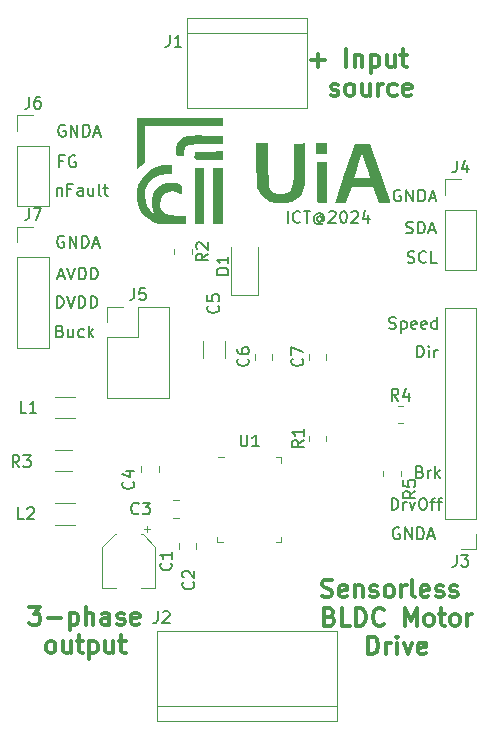
<source format=gbr>
%TF.GenerationSoftware,KiCad,Pcbnew,(6.0.4)*%
%TF.CreationDate,2024-04-18T18:30:19+02:00*%
%TF.ProjectId,focBLDCdrv,666f6342-4c44-4436-9472-762e6b696361,rev?*%
%TF.SameCoordinates,Original*%
%TF.FileFunction,Legend,Top*%
%TF.FilePolarity,Positive*%
%FSLAX46Y46*%
G04 Gerber Fmt 4.6, Leading zero omitted, Abs format (unit mm)*
G04 Created by KiCad (PCBNEW (6.0.4)) date 2024-04-18 18:30:19*
%MOMM*%
%LPD*%
G01*
G04 APERTURE LIST*
%ADD10C,0.200000*%
%ADD11C,0.150000*%
%ADD12C,0.300000*%
%ADD13C,0.120000*%
G04 APERTURE END LIST*
D10*
X161709523Y-87704761D02*
X161852380Y-87752380D01*
X162090476Y-87752380D01*
X162185714Y-87704761D01*
X162233333Y-87657142D01*
X162280952Y-87561904D01*
X162280952Y-87466666D01*
X162233333Y-87371428D01*
X162185714Y-87323809D01*
X162090476Y-87276190D01*
X161900000Y-87228571D01*
X161804761Y-87180952D01*
X161757142Y-87133333D01*
X161709523Y-87038095D01*
X161709523Y-86942857D01*
X161757142Y-86847619D01*
X161804761Y-86800000D01*
X161900000Y-86752380D01*
X162138095Y-86752380D01*
X162280952Y-86800000D01*
X163280952Y-87657142D02*
X163233333Y-87704761D01*
X163090476Y-87752380D01*
X162995238Y-87752380D01*
X162852380Y-87704761D01*
X162757142Y-87609523D01*
X162709523Y-87514285D01*
X162661904Y-87323809D01*
X162661904Y-87180952D01*
X162709523Y-86990476D01*
X162757142Y-86895238D01*
X162852380Y-86800000D01*
X162995238Y-86752380D01*
X163090476Y-86752380D01*
X163233333Y-86800000D01*
X163280952Y-86847619D01*
X164185714Y-87752380D02*
X163709523Y-87752380D01*
X163709523Y-86752380D01*
X161109523Y-81600000D02*
X161014285Y-81552380D01*
X160871428Y-81552380D01*
X160728571Y-81600000D01*
X160633333Y-81695238D01*
X160585714Y-81790476D01*
X160538095Y-81980952D01*
X160538095Y-82123809D01*
X160585714Y-82314285D01*
X160633333Y-82409523D01*
X160728571Y-82504761D01*
X160871428Y-82552380D01*
X160966666Y-82552380D01*
X161109523Y-82504761D01*
X161157142Y-82457142D01*
X161157142Y-82123809D01*
X160966666Y-82123809D01*
X161585714Y-82552380D02*
X161585714Y-81552380D01*
X162157142Y-82552380D01*
X162157142Y-81552380D01*
X162633333Y-82552380D02*
X162633333Y-81552380D01*
X162871428Y-81552380D01*
X163014285Y-81600000D01*
X163109523Y-81695238D01*
X163157142Y-81790476D01*
X163204761Y-81980952D01*
X163204761Y-82123809D01*
X163157142Y-82314285D01*
X163109523Y-82409523D01*
X163014285Y-82504761D01*
X162871428Y-82552380D01*
X162633333Y-82552380D01*
X163585714Y-82266666D02*
X164061904Y-82266666D01*
X163490476Y-82552380D02*
X163823809Y-81552380D01*
X164157142Y-82552380D01*
D11*
X151571428Y-84352380D02*
X151571428Y-83352380D01*
X152619047Y-84257142D02*
X152571428Y-84304761D01*
X152428571Y-84352380D01*
X152333333Y-84352380D01*
X152190476Y-84304761D01*
X152095238Y-84209523D01*
X152047619Y-84114285D01*
X152000000Y-83923809D01*
X152000000Y-83780952D01*
X152047619Y-83590476D01*
X152095238Y-83495238D01*
X152190476Y-83400000D01*
X152333333Y-83352380D01*
X152428571Y-83352380D01*
X152571428Y-83400000D01*
X152619047Y-83447619D01*
X152904761Y-83352380D02*
X153476190Y-83352380D01*
X153190476Y-84352380D02*
X153190476Y-83352380D01*
X154428571Y-83876190D02*
X154380952Y-83828571D01*
X154285714Y-83780952D01*
X154190476Y-83780952D01*
X154095238Y-83828571D01*
X154047619Y-83876190D01*
X154000000Y-83971428D01*
X154000000Y-84066666D01*
X154047619Y-84161904D01*
X154095238Y-84209523D01*
X154190476Y-84257142D01*
X154285714Y-84257142D01*
X154380952Y-84209523D01*
X154428571Y-84161904D01*
X154428571Y-83780952D02*
X154428571Y-84161904D01*
X154476190Y-84209523D01*
X154523809Y-84209523D01*
X154619047Y-84161904D01*
X154666666Y-84066666D01*
X154666666Y-83828571D01*
X154571428Y-83685714D01*
X154428571Y-83590476D01*
X154238095Y-83542857D01*
X154047619Y-83590476D01*
X153904761Y-83685714D01*
X153809523Y-83828571D01*
X153761904Y-84019047D01*
X153809523Y-84209523D01*
X153904761Y-84352380D01*
X154047619Y-84447619D01*
X154238095Y-84495238D01*
X154428571Y-84447619D01*
X154571428Y-84352380D01*
X155047619Y-83447619D02*
X155095238Y-83400000D01*
X155190476Y-83352380D01*
X155428571Y-83352380D01*
X155523809Y-83400000D01*
X155571428Y-83447619D01*
X155619047Y-83542857D01*
X155619047Y-83638095D01*
X155571428Y-83780952D01*
X155000000Y-84352380D01*
X155619047Y-84352380D01*
X156238095Y-83352380D02*
X156333333Y-83352380D01*
X156428571Y-83400000D01*
X156476190Y-83447619D01*
X156523809Y-83542857D01*
X156571428Y-83733333D01*
X156571428Y-83971428D01*
X156523809Y-84161904D01*
X156476190Y-84257142D01*
X156428571Y-84304761D01*
X156333333Y-84352380D01*
X156238095Y-84352380D01*
X156142857Y-84304761D01*
X156095238Y-84257142D01*
X156047619Y-84161904D01*
X156000000Y-83971428D01*
X156000000Y-83733333D01*
X156047619Y-83542857D01*
X156095238Y-83447619D01*
X156142857Y-83400000D01*
X156238095Y-83352380D01*
X156952380Y-83447619D02*
X157000000Y-83400000D01*
X157095238Y-83352380D01*
X157333333Y-83352380D01*
X157428571Y-83400000D01*
X157476190Y-83447619D01*
X157523809Y-83542857D01*
X157523809Y-83638095D01*
X157476190Y-83780952D01*
X156904761Y-84352380D01*
X157523809Y-84352380D01*
X158380952Y-83685714D02*
X158380952Y-84352380D01*
X158142857Y-83304761D02*
X157904761Y-84019047D01*
X158523809Y-84019047D01*
X132004761Y-81385714D02*
X132004761Y-82052380D01*
X132004761Y-81480952D02*
X132052380Y-81433333D01*
X132147619Y-81385714D01*
X132290476Y-81385714D01*
X132385714Y-81433333D01*
X132433333Y-81528571D01*
X132433333Y-82052380D01*
X133242857Y-81528571D02*
X132909523Y-81528571D01*
X132909523Y-82052380D02*
X132909523Y-81052380D01*
X133385714Y-81052380D01*
X134195238Y-82052380D02*
X134195238Y-81528571D01*
X134147619Y-81433333D01*
X134052380Y-81385714D01*
X133861904Y-81385714D01*
X133766666Y-81433333D01*
X134195238Y-82004761D02*
X134100000Y-82052380D01*
X133861904Y-82052380D01*
X133766666Y-82004761D01*
X133719047Y-81909523D01*
X133719047Y-81814285D01*
X133766666Y-81719047D01*
X133861904Y-81671428D01*
X134100000Y-81671428D01*
X134195238Y-81623809D01*
X135100000Y-81385714D02*
X135100000Y-82052380D01*
X134671428Y-81385714D02*
X134671428Y-81909523D01*
X134719047Y-82004761D01*
X134814285Y-82052380D01*
X134957142Y-82052380D01*
X135052380Y-82004761D01*
X135100000Y-81957142D01*
X135719047Y-82052380D02*
X135623809Y-82004761D01*
X135576190Y-81909523D01*
X135576190Y-81052380D01*
X135957142Y-81385714D02*
X136338095Y-81385714D01*
X136100000Y-81052380D02*
X136100000Y-81909523D01*
X136147619Y-82004761D01*
X136242857Y-82052380D01*
X136338095Y-82052380D01*
D10*
X162490476Y-95752380D02*
X162490476Y-94752380D01*
X162728571Y-94752380D01*
X162871428Y-94800000D01*
X162966666Y-94895238D01*
X163014285Y-94990476D01*
X163061904Y-95180952D01*
X163061904Y-95323809D01*
X163014285Y-95514285D01*
X162966666Y-95609523D01*
X162871428Y-95704761D01*
X162728571Y-95752380D01*
X162490476Y-95752380D01*
X163490476Y-95752380D02*
X163490476Y-95085714D01*
X163490476Y-94752380D02*
X163442857Y-94800000D01*
X163490476Y-94847619D01*
X163538095Y-94800000D01*
X163490476Y-94752380D01*
X163490476Y-94847619D01*
X163966666Y-95752380D02*
X163966666Y-95085714D01*
X163966666Y-95276190D02*
X164014285Y-95180952D01*
X164061904Y-95133333D01*
X164157142Y-95085714D01*
X164252380Y-95085714D01*
X160152380Y-93304761D02*
X160295238Y-93352380D01*
X160533333Y-93352380D01*
X160628571Y-93304761D01*
X160676190Y-93257142D01*
X160723809Y-93161904D01*
X160723809Y-93066666D01*
X160676190Y-92971428D01*
X160628571Y-92923809D01*
X160533333Y-92876190D01*
X160342857Y-92828571D01*
X160247619Y-92780952D01*
X160200000Y-92733333D01*
X160152380Y-92638095D01*
X160152380Y-92542857D01*
X160200000Y-92447619D01*
X160247619Y-92400000D01*
X160342857Y-92352380D01*
X160580952Y-92352380D01*
X160723809Y-92400000D01*
X161152380Y-92685714D02*
X161152380Y-93685714D01*
X161152380Y-92733333D02*
X161247619Y-92685714D01*
X161438095Y-92685714D01*
X161533333Y-92733333D01*
X161580952Y-92780952D01*
X161628571Y-92876190D01*
X161628571Y-93161904D01*
X161580952Y-93257142D01*
X161533333Y-93304761D01*
X161438095Y-93352380D01*
X161247619Y-93352380D01*
X161152380Y-93304761D01*
X162438095Y-93304761D02*
X162342857Y-93352380D01*
X162152380Y-93352380D01*
X162057142Y-93304761D01*
X162009523Y-93209523D01*
X162009523Y-92828571D01*
X162057142Y-92733333D01*
X162152380Y-92685714D01*
X162342857Y-92685714D01*
X162438095Y-92733333D01*
X162485714Y-92828571D01*
X162485714Y-92923809D01*
X162009523Y-93019047D01*
X163295238Y-93304761D02*
X163200000Y-93352380D01*
X163009523Y-93352380D01*
X162914285Y-93304761D01*
X162866666Y-93209523D01*
X162866666Y-92828571D01*
X162914285Y-92733333D01*
X163009523Y-92685714D01*
X163200000Y-92685714D01*
X163295238Y-92733333D01*
X163342857Y-92828571D01*
X163342857Y-92923809D01*
X162866666Y-93019047D01*
X164200000Y-93352380D02*
X164200000Y-92352380D01*
X164200000Y-93304761D02*
X164104761Y-93352380D01*
X163914285Y-93352380D01*
X163819047Y-93304761D01*
X163771428Y-93257142D01*
X163723809Y-93161904D01*
X163723809Y-92876190D01*
X163771428Y-92780952D01*
X163819047Y-92733333D01*
X163914285Y-92685714D01*
X164104761Y-92685714D01*
X164200000Y-92733333D01*
X161585714Y-85204761D02*
X161728571Y-85252380D01*
X161966666Y-85252380D01*
X162061904Y-85204761D01*
X162109523Y-85157142D01*
X162157142Y-85061904D01*
X162157142Y-84966666D01*
X162109523Y-84871428D01*
X162061904Y-84823809D01*
X161966666Y-84776190D01*
X161776190Y-84728571D01*
X161680952Y-84680952D01*
X161633333Y-84633333D01*
X161585714Y-84538095D01*
X161585714Y-84442857D01*
X161633333Y-84347619D01*
X161680952Y-84300000D01*
X161776190Y-84252380D01*
X162014285Y-84252380D01*
X162157142Y-84300000D01*
X162585714Y-85252380D02*
X162585714Y-84252380D01*
X162823809Y-84252380D01*
X162966666Y-84300000D01*
X163061904Y-84395238D01*
X163109523Y-84490476D01*
X163157142Y-84680952D01*
X163157142Y-84823809D01*
X163109523Y-85014285D01*
X163061904Y-85109523D01*
X162966666Y-85204761D01*
X162823809Y-85252380D01*
X162585714Y-85252380D01*
X163538095Y-84966666D02*
X164014285Y-84966666D01*
X163442857Y-85252380D02*
X163776190Y-84252380D01*
X164109523Y-85252380D01*
D12*
X153535714Y-70599642D02*
X154678571Y-70599642D01*
X154107142Y-71171071D02*
X154107142Y-70028214D01*
X156535714Y-71171071D02*
X156535714Y-69671071D01*
X157250000Y-70171071D02*
X157250000Y-71171071D01*
X157250000Y-70313928D02*
X157321428Y-70242500D01*
X157464285Y-70171071D01*
X157678571Y-70171071D01*
X157821428Y-70242500D01*
X157892857Y-70385357D01*
X157892857Y-71171071D01*
X158607142Y-70171071D02*
X158607142Y-71671071D01*
X158607142Y-70242500D02*
X158750000Y-70171071D01*
X159035714Y-70171071D01*
X159178571Y-70242500D01*
X159250000Y-70313928D01*
X159321428Y-70456785D01*
X159321428Y-70885357D01*
X159250000Y-71028214D01*
X159178571Y-71099642D01*
X159035714Y-71171071D01*
X158750000Y-71171071D01*
X158607142Y-71099642D01*
X160607142Y-70171071D02*
X160607142Y-71171071D01*
X159964285Y-70171071D02*
X159964285Y-70956785D01*
X160035714Y-71099642D01*
X160178571Y-71171071D01*
X160392857Y-71171071D01*
X160535714Y-71099642D01*
X160607142Y-71028214D01*
X161107142Y-70171071D02*
X161678571Y-70171071D01*
X161321428Y-69671071D02*
X161321428Y-70956785D01*
X161392857Y-71099642D01*
X161535714Y-71171071D01*
X161678571Y-71171071D01*
X155214285Y-73514642D02*
X155357142Y-73586071D01*
X155642857Y-73586071D01*
X155785714Y-73514642D01*
X155857142Y-73371785D01*
X155857142Y-73300357D01*
X155785714Y-73157500D01*
X155642857Y-73086071D01*
X155428571Y-73086071D01*
X155285714Y-73014642D01*
X155214285Y-72871785D01*
X155214285Y-72800357D01*
X155285714Y-72657500D01*
X155428571Y-72586071D01*
X155642857Y-72586071D01*
X155785714Y-72657500D01*
X156714285Y-73586071D02*
X156571428Y-73514642D01*
X156500000Y-73443214D01*
X156428571Y-73300357D01*
X156428571Y-72871785D01*
X156500000Y-72728928D01*
X156571428Y-72657500D01*
X156714285Y-72586071D01*
X156928571Y-72586071D01*
X157071428Y-72657500D01*
X157142857Y-72728928D01*
X157214285Y-72871785D01*
X157214285Y-73300357D01*
X157142857Y-73443214D01*
X157071428Y-73514642D01*
X156928571Y-73586071D01*
X156714285Y-73586071D01*
X158500000Y-72586071D02*
X158500000Y-73586071D01*
X157857142Y-72586071D02*
X157857142Y-73371785D01*
X157928571Y-73514642D01*
X158071428Y-73586071D01*
X158285714Y-73586071D01*
X158428571Y-73514642D01*
X158500000Y-73443214D01*
X159214285Y-73586071D02*
X159214285Y-72586071D01*
X159214285Y-72871785D02*
X159285714Y-72728928D01*
X159357142Y-72657500D01*
X159500000Y-72586071D01*
X159642857Y-72586071D01*
X160785714Y-73514642D02*
X160642857Y-73586071D01*
X160357142Y-73586071D01*
X160214285Y-73514642D01*
X160142857Y-73443214D01*
X160071428Y-73300357D01*
X160071428Y-72871785D01*
X160142857Y-72728928D01*
X160214285Y-72657500D01*
X160357142Y-72586071D01*
X160642857Y-72586071D01*
X160785714Y-72657500D01*
X162000000Y-73514642D02*
X161857142Y-73586071D01*
X161571428Y-73586071D01*
X161428571Y-73514642D01*
X161357142Y-73371785D01*
X161357142Y-72800357D01*
X161428571Y-72657500D01*
X161571428Y-72586071D01*
X161857142Y-72586071D01*
X162000000Y-72657500D01*
X162071428Y-72800357D01*
X162071428Y-72943214D01*
X161357142Y-73086071D01*
D11*
X132133333Y-88866666D02*
X132609523Y-88866666D01*
X132038095Y-89152380D02*
X132371428Y-88152380D01*
X132704761Y-89152380D01*
X132895238Y-88152380D02*
X133228571Y-89152380D01*
X133561904Y-88152380D01*
X133895238Y-89152380D02*
X133895238Y-88152380D01*
X134133333Y-88152380D01*
X134276190Y-88200000D01*
X134371428Y-88295238D01*
X134419047Y-88390476D01*
X134466666Y-88580952D01*
X134466666Y-88723809D01*
X134419047Y-88914285D01*
X134371428Y-89009523D01*
X134276190Y-89104761D01*
X134133333Y-89152380D01*
X133895238Y-89152380D01*
X134895238Y-89152380D02*
X134895238Y-88152380D01*
X135133333Y-88152380D01*
X135276190Y-88200000D01*
X135371428Y-88295238D01*
X135419047Y-88390476D01*
X135466666Y-88580952D01*
X135466666Y-88723809D01*
X135419047Y-88914285D01*
X135371428Y-89009523D01*
X135276190Y-89104761D01*
X135133333Y-89152380D01*
X134895238Y-89152380D01*
D12*
X129685714Y-116871071D02*
X130614285Y-116871071D01*
X130114285Y-117442500D01*
X130328571Y-117442500D01*
X130471428Y-117513928D01*
X130542857Y-117585357D01*
X130614285Y-117728214D01*
X130614285Y-118085357D01*
X130542857Y-118228214D01*
X130471428Y-118299642D01*
X130328571Y-118371071D01*
X129900000Y-118371071D01*
X129757142Y-118299642D01*
X129685714Y-118228214D01*
X131257142Y-117799642D02*
X132400000Y-117799642D01*
X133114285Y-117371071D02*
X133114285Y-118871071D01*
X133114285Y-117442500D02*
X133257142Y-117371071D01*
X133542857Y-117371071D01*
X133685714Y-117442500D01*
X133757142Y-117513928D01*
X133828571Y-117656785D01*
X133828571Y-118085357D01*
X133757142Y-118228214D01*
X133685714Y-118299642D01*
X133542857Y-118371071D01*
X133257142Y-118371071D01*
X133114285Y-118299642D01*
X134471428Y-118371071D02*
X134471428Y-116871071D01*
X135114285Y-118371071D02*
X135114285Y-117585357D01*
X135042857Y-117442500D01*
X134900000Y-117371071D01*
X134685714Y-117371071D01*
X134542857Y-117442500D01*
X134471428Y-117513928D01*
X136471428Y-118371071D02*
X136471428Y-117585357D01*
X136400000Y-117442500D01*
X136257142Y-117371071D01*
X135971428Y-117371071D01*
X135828571Y-117442500D01*
X136471428Y-118299642D02*
X136328571Y-118371071D01*
X135971428Y-118371071D01*
X135828571Y-118299642D01*
X135757142Y-118156785D01*
X135757142Y-118013928D01*
X135828571Y-117871071D01*
X135971428Y-117799642D01*
X136328571Y-117799642D01*
X136471428Y-117728214D01*
X137114285Y-118299642D02*
X137257142Y-118371071D01*
X137542857Y-118371071D01*
X137685714Y-118299642D01*
X137757142Y-118156785D01*
X137757142Y-118085357D01*
X137685714Y-117942500D01*
X137542857Y-117871071D01*
X137328571Y-117871071D01*
X137185714Y-117799642D01*
X137114285Y-117656785D01*
X137114285Y-117585357D01*
X137185714Y-117442500D01*
X137328571Y-117371071D01*
X137542857Y-117371071D01*
X137685714Y-117442500D01*
X138971428Y-118299642D02*
X138828571Y-118371071D01*
X138542857Y-118371071D01*
X138400000Y-118299642D01*
X138328571Y-118156785D01*
X138328571Y-117585357D01*
X138400000Y-117442500D01*
X138542857Y-117371071D01*
X138828571Y-117371071D01*
X138971428Y-117442500D01*
X139042857Y-117585357D01*
X139042857Y-117728214D01*
X138328571Y-117871071D01*
X131400000Y-120786071D02*
X131257142Y-120714642D01*
X131185714Y-120643214D01*
X131114285Y-120500357D01*
X131114285Y-120071785D01*
X131185714Y-119928928D01*
X131257142Y-119857500D01*
X131400000Y-119786071D01*
X131614285Y-119786071D01*
X131757142Y-119857500D01*
X131828571Y-119928928D01*
X131900000Y-120071785D01*
X131900000Y-120500357D01*
X131828571Y-120643214D01*
X131757142Y-120714642D01*
X131614285Y-120786071D01*
X131400000Y-120786071D01*
X133185714Y-119786071D02*
X133185714Y-120786071D01*
X132542857Y-119786071D02*
X132542857Y-120571785D01*
X132614285Y-120714642D01*
X132757142Y-120786071D01*
X132971428Y-120786071D01*
X133114285Y-120714642D01*
X133185714Y-120643214D01*
X133685714Y-119786071D02*
X134257142Y-119786071D01*
X133900000Y-119286071D02*
X133900000Y-120571785D01*
X133971428Y-120714642D01*
X134114285Y-120786071D01*
X134257142Y-120786071D01*
X134757142Y-119786071D02*
X134757142Y-121286071D01*
X134757142Y-119857500D02*
X134900000Y-119786071D01*
X135185714Y-119786071D01*
X135328571Y-119857500D01*
X135400000Y-119928928D01*
X135471428Y-120071785D01*
X135471428Y-120500357D01*
X135400000Y-120643214D01*
X135328571Y-120714642D01*
X135185714Y-120786071D01*
X134900000Y-120786071D01*
X134757142Y-120714642D01*
X136757142Y-119786071D02*
X136757142Y-120786071D01*
X136114285Y-119786071D02*
X136114285Y-120571785D01*
X136185714Y-120714642D01*
X136328571Y-120786071D01*
X136542857Y-120786071D01*
X136685714Y-120714642D01*
X136757142Y-120643214D01*
X137257142Y-119786071D02*
X137828571Y-119786071D01*
X137471428Y-119286071D02*
X137471428Y-120571785D01*
X137542857Y-120714642D01*
X137685714Y-120786071D01*
X137828571Y-120786071D01*
D11*
X132542857Y-79128571D02*
X132209523Y-79128571D01*
X132209523Y-79652380D02*
X132209523Y-78652380D01*
X132685714Y-78652380D01*
X133590476Y-78700000D02*
X133495238Y-78652380D01*
X133352380Y-78652380D01*
X133209523Y-78700000D01*
X133114285Y-78795238D01*
X133066666Y-78890476D01*
X133019047Y-79080952D01*
X133019047Y-79223809D01*
X133066666Y-79414285D01*
X133114285Y-79509523D01*
X133209523Y-79604761D01*
X133352380Y-79652380D01*
X133447619Y-79652380D01*
X133590476Y-79604761D01*
X133638095Y-79557142D01*
X133638095Y-79223809D01*
X133447619Y-79223809D01*
X132009523Y-91552380D02*
X132009523Y-90552380D01*
X132247619Y-90552380D01*
X132390476Y-90600000D01*
X132485714Y-90695238D01*
X132533333Y-90790476D01*
X132580952Y-90980952D01*
X132580952Y-91123809D01*
X132533333Y-91314285D01*
X132485714Y-91409523D01*
X132390476Y-91504761D01*
X132247619Y-91552380D01*
X132009523Y-91552380D01*
X132866666Y-90552380D02*
X133200000Y-91552380D01*
X133533333Y-90552380D01*
X133866666Y-91552380D02*
X133866666Y-90552380D01*
X134104761Y-90552380D01*
X134247619Y-90600000D01*
X134342857Y-90695238D01*
X134390476Y-90790476D01*
X134438095Y-90980952D01*
X134438095Y-91123809D01*
X134390476Y-91314285D01*
X134342857Y-91409523D01*
X134247619Y-91504761D01*
X134104761Y-91552380D01*
X133866666Y-91552380D01*
X134866666Y-91552380D02*
X134866666Y-90552380D01*
X135104761Y-90552380D01*
X135247619Y-90600000D01*
X135342857Y-90695238D01*
X135390476Y-90790476D01*
X135438095Y-90980952D01*
X135438095Y-91123809D01*
X135390476Y-91314285D01*
X135342857Y-91409523D01*
X135247619Y-91504761D01*
X135104761Y-91552380D01*
X134866666Y-91552380D01*
D10*
X132609523Y-85500000D02*
X132514285Y-85452380D01*
X132371428Y-85452380D01*
X132228571Y-85500000D01*
X132133333Y-85595238D01*
X132085714Y-85690476D01*
X132038095Y-85880952D01*
X132038095Y-86023809D01*
X132085714Y-86214285D01*
X132133333Y-86309523D01*
X132228571Y-86404761D01*
X132371428Y-86452380D01*
X132466666Y-86452380D01*
X132609523Y-86404761D01*
X132657142Y-86357142D01*
X132657142Y-86023809D01*
X132466666Y-86023809D01*
X133085714Y-86452380D02*
X133085714Y-85452380D01*
X133657142Y-86452380D01*
X133657142Y-85452380D01*
X134133333Y-86452380D02*
X134133333Y-85452380D01*
X134371428Y-85452380D01*
X134514285Y-85500000D01*
X134609523Y-85595238D01*
X134657142Y-85690476D01*
X134704761Y-85880952D01*
X134704761Y-86023809D01*
X134657142Y-86214285D01*
X134609523Y-86309523D01*
X134514285Y-86404761D01*
X134371428Y-86452380D01*
X134133333Y-86452380D01*
X135085714Y-86166666D02*
X135561904Y-86166666D01*
X134990476Y-86452380D02*
X135323809Y-85452380D01*
X135657142Y-86452380D01*
X162757142Y-105428571D02*
X162900000Y-105476190D01*
X162947619Y-105523809D01*
X162995238Y-105619047D01*
X162995238Y-105761904D01*
X162947619Y-105857142D01*
X162900000Y-105904761D01*
X162804761Y-105952380D01*
X162423809Y-105952380D01*
X162423809Y-104952380D01*
X162757142Y-104952380D01*
X162852380Y-105000000D01*
X162900000Y-105047619D01*
X162947619Y-105142857D01*
X162947619Y-105238095D01*
X162900000Y-105333333D01*
X162852380Y-105380952D01*
X162757142Y-105428571D01*
X162423809Y-105428571D01*
X163423809Y-105952380D02*
X163423809Y-105285714D01*
X163423809Y-105476190D02*
X163471428Y-105380952D01*
X163519047Y-105333333D01*
X163614285Y-105285714D01*
X163709523Y-105285714D01*
X164042857Y-105952380D02*
X164042857Y-104952380D01*
X164138095Y-105571428D02*
X164423809Y-105952380D01*
X164423809Y-105285714D02*
X164042857Y-105666666D01*
D11*
X132285714Y-93528571D02*
X132428571Y-93576190D01*
X132476190Y-93623809D01*
X132523809Y-93719047D01*
X132523809Y-93861904D01*
X132476190Y-93957142D01*
X132428571Y-94004761D01*
X132333333Y-94052380D01*
X131952380Y-94052380D01*
X131952380Y-93052380D01*
X132285714Y-93052380D01*
X132380952Y-93100000D01*
X132428571Y-93147619D01*
X132476190Y-93242857D01*
X132476190Y-93338095D01*
X132428571Y-93433333D01*
X132380952Y-93480952D01*
X132285714Y-93528571D01*
X131952380Y-93528571D01*
X133380952Y-93385714D02*
X133380952Y-94052380D01*
X132952380Y-93385714D02*
X132952380Y-93909523D01*
X133000000Y-94004761D01*
X133095238Y-94052380D01*
X133238095Y-94052380D01*
X133333333Y-94004761D01*
X133380952Y-93957142D01*
X134285714Y-94004761D02*
X134190476Y-94052380D01*
X134000000Y-94052380D01*
X133904761Y-94004761D01*
X133857142Y-93957142D01*
X133809523Y-93861904D01*
X133809523Y-93576190D01*
X133857142Y-93480952D01*
X133904761Y-93433333D01*
X134000000Y-93385714D01*
X134190476Y-93385714D01*
X134285714Y-93433333D01*
X134714285Y-94052380D02*
X134714285Y-93052380D01*
X134809523Y-93671428D02*
X135095238Y-94052380D01*
X135095238Y-93385714D02*
X134714285Y-93766666D01*
D12*
X154478571Y-115992142D02*
X154692857Y-116063571D01*
X155050000Y-116063571D01*
X155192857Y-115992142D01*
X155264285Y-115920714D01*
X155335714Y-115777857D01*
X155335714Y-115635000D01*
X155264285Y-115492142D01*
X155192857Y-115420714D01*
X155050000Y-115349285D01*
X154764285Y-115277857D01*
X154621428Y-115206428D01*
X154550000Y-115135000D01*
X154478571Y-114992142D01*
X154478571Y-114849285D01*
X154550000Y-114706428D01*
X154621428Y-114635000D01*
X154764285Y-114563571D01*
X155121428Y-114563571D01*
X155335714Y-114635000D01*
X156550000Y-115992142D02*
X156407142Y-116063571D01*
X156121428Y-116063571D01*
X155978571Y-115992142D01*
X155907142Y-115849285D01*
X155907142Y-115277857D01*
X155978571Y-115135000D01*
X156121428Y-115063571D01*
X156407142Y-115063571D01*
X156550000Y-115135000D01*
X156621428Y-115277857D01*
X156621428Y-115420714D01*
X155907142Y-115563571D01*
X157264285Y-115063571D02*
X157264285Y-116063571D01*
X157264285Y-115206428D02*
X157335714Y-115135000D01*
X157478571Y-115063571D01*
X157692857Y-115063571D01*
X157835714Y-115135000D01*
X157907142Y-115277857D01*
X157907142Y-116063571D01*
X158550000Y-115992142D02*
X158692857Y-116063571D01*
X158978571Y-116063571D01*
X159121428Y-115992142D01*
X159192857Y-115849285D01*
X159192857Y-115777857D01*
X159121428Y-115635000D01*
X158978571Y-115563571D01*
X158764285Y-115563571D01*
X158621428Y-115492142D01*
X158550000Y-115349285D01*
X158550000Y-115277857D01*
X158621428Y-115135000D01*
X158764285Y-115063571D01*
X158978571Y-115063571D01*
X159121428Y-115135000D01*
X160050000Y-116063571D02*
X159907142Y-115992142D01*
X159835714Y-115920714D01*
X159764285Y-115777857D01*
X159764285Y-115349285D01*
X159835714Y-115206428D01*
X159907142Y-115135000D01*
X160050000Y-115063571D01*
X160264285Y-115063571D01*
X160407142Y-115135000D01*
X160478571Y-115206428D01*
X160550000Y-115349285D01*
X160550000Y-115777857D01*
X160478571Y-115920714D01*
X160407142Y-115992142D01*
X160264285Y-116063571D01*
X160050000Y-116063571D01*
X161192857Y-116063571D02*
X161192857Y-115063571D01*
X161192857Y-115349285D02*
X161264285Y-115206428D01*
X161335714Y-115135000D01*
X161478571Y-115063571D01*
X161621428Y-115063571D01*
X162335714Y-116063571D02*
X162192857Y-115992142D01*
X162121428Y-115849285D01*
X162121428Y-114563571D01*
X163478571Y-115992142D02*
X163335714Y-116063571D01*
X163050000Y-116063571D01*
X162907142Y-115992142D01*
X162835714Y-115849285D01*
X162835714Y-115277857D01*
X162907142Y-115135000D01*
X163050000Y-115063571D01*
X163335714Y-115063571D01*
X163478571Y-115135000D01*
X163550000Y-115277857D01*
X163550000Y-115420714D01*
X162835714Y-115563571D01*
X164121428Y-115992142D02*
X164264285Y-116063571D01*
X164550000Y-116063571D01*
X164692857Y-115992142D01*
X164764285Y-115849285D01*
X164764285Y-115777857D01*
X164692857Y-115635000D01*
X164550000Y-115563571D01*
X164335714Y-115563571D01*
X164192857Y-115492142D01*
X164121428Y-115349285D01*
X164121428Y-115277857D01*
X164192857Y-115135000D01*
X164335714Y-115063571D01*
X164550000Y-115063571D01*
X164692857Y-115135000D01*
X165335714Y-115992142D02*
X165478571Y-116063571D01*
X165764285Y-116063571D01*
X165907142Y-115992142D01*
X165978571Y-115849285D01*
X165978571Y-115777857D01*
X165907142Y-115635000D01*
X165764285Y-115563571D01*
X165550000Y-115563571D01*
X165407142Y-115492142D01*
X165335714Y-115349285D01*
X165335714Y-115277857D01*
X165407142Y-115135000D01*
X165550000Y-115063571D01*
X165764285Y-115063571D01*
X165907142Y-115135000D01*
X155121428Y-117692857D02*
X155335714Y-117764285D01*
X155407142Y-117835714D01*
X155478571Y-117978571D01*
X155478571Y-118192857D01*
X155407142Y-118335714D01*
X155335714Y-118407142D01*
X155192857Y-118478571D01*
X154621428Y-118478571D01*
X154621428Y-116978571D01*
X155121428Y-116978571D01*
X155264285Y-117050000D01*
X155335714Y-117121428D01*
X155407142Y-117264285D01*
X155407142Y-117407142D01*
X155335714Y-117550000D01*
X155264285Y-117621428D01*
X155121428Y-117692857D01*
X154621428Y-117692857D01*
X156835714Y-118478571D02*
X156121428Y-118478571D01*
X156121428Y-116978571D01*
X157335714Y-118478571D02*
X157335714Y-116978571D01*
X157692857Y-116978571D01*
X157907142Y-117050000D01*
X158050000Y-117192857D01*
X158121428Y-117335714D01*
X158192857Y-117621428D01*
X158192857Y-117835714D01*
X158121428Y-118121428D01*
X158050000Y-118264285D01*
X157907142Y-118407142D01*
X157692857Y-118478571D01*
X157335714Y-118478571D01*
X159692857Y-118335714D02*
X159621428Y-118407142D01*
X159407142Y-118478571D01*
X159264285Y-118478571D01*
X159050000Y-118407142D01*
X158907142Y-118264285D01*
X158835714Y-118121428D01*
X158764285Y-117835714D01*
X158764285Y-117621428D01*
X158835714Y-117335714D01*
X158907142Y-117192857D01*
X159050000Y-117050000D01*
X159264285Y-116978571D01*
X159407142Y-116978571D01*
X159621428Y-117050000D01*
X159692857Y-117121428D01*
X161478571Y-118478571D02*
X161478571Y-116978571D01*
X161978571Y-118050000D01*
X162478571Y-116978571D01*
X162478571Y-118478571D01*
X163407142Y-118478571D02*
X163264285Y-118407142D01*
X163192857Y-118335714D01*
X163121428Y-118192857D01*
X163121428Y-117764285D01*
X163192857Y-117621428D01*
X163264285Y-117550000D01*
X163407142Y-117478571D01*
X163621428Y-117478571D01*
X163764285Y-117550000D01*
X163835714Y-117621428D01*
X163907142Y-117764285D01*
X163907142Y-118192857D01*
X163835714Y-118335714D01*
X163764285Y-118407142D01*
X163621428Y-118478571D01*
X163407142Y-118478571D01*
X164335714Y-117478571D02*
X164907142Y-117478571D01*
X164550000Y-116978571D02*
X164550000Y-118264285D01*
X164621428Y-118407142D01*
X164764285Y-118478571D01*
X164907142Y-118478571D01*
X165621428Y-118478571D02*
X165478571Y-118407142D01*
X165407142Y-118335714D01*
X165335714Y-118192857D01*
X165335714Y-117764285D01*
X165407142Y-117621428D01*
X165478571Y-117550000D01*
X165621428Y-117478571D01*
X165835714Y-117478571D01*
X165978571Y-117550000D01*
X166050000Y-117621428D01*
X166121428Y-117764285D01*
X166121428Y-118192857D01*
X166050000Y-118335714D01*
X165978571Y-118407142D01*
X165835714Y-118478571D01*
X165621428Y-118478571D01*
X166764285Y-118478571D02*
X166764285Y-117478571D01*
X166764285Y-117764285D02*
X166835714Y-117621428D01*
X166907142Y-117550000D01*
X167050000Y-117478571D01*
X167192857Y-117478571D01*
X158371428Y-120893571D02*
X158371428Y-119393571D01*
X158728571Y-119393571D01*
X158942857Y-119465000D01*
X159085714Y-119607857D01*
X159157142Y-119750714D01*
X159228571Y-120036428D01*
X159228571Y-120250714D01*
X159157142Y-120536428D01*
X159085714Y-120679285D01*
X158942857Y-120822142D01*
X158728571Y-120893571D01*
X158371428Y-120893571D01*
X159871428Y-120893571D02*
X159871428Y-119893571D01*
X159871428Y-120179285D02*
X159942857Y-120036428D01*
X160014285Y-119965000D01*
X160157142Y-119893571D01*
X160300000Y-119893571D01*
X160800000Y-120893571D02*
X160800000Y-119893571D01*
X160800000Y-119393571D02*
X160728571Y-119465000D01*
X160800000Y-119536428D01*
X160871428Y-119465000D01*
X160800000Y-119393571D01*
X160800000Y-119536428D01*
X161371428Y-119893571D02*
X161728571Y-120893571D01*
X162085714Y-119893571D01*
X163228571Y-120822142D02*
X163085714Y-120893571D01*
X162800000Y-120893571D01*
X162657142Y-120822142D01*
X162585714Y-120679285D01*
X162585714Y-120107857D01*
X162657142Y-119965000D01*
X162800000Y-119893571D01*
X163085714Y-119893571D01*
X163228571Y-119965000D01*
X163300000Y-120107857D01*
X163300000Y-120250714D01*
X162585714Y-120393571D01*
D10*
X132709523Y-76100000D02*
X132614285Y-76052380D01*
X132471428Y-76052380D01*
X132328571Y-76100000D01*
X132233333Y-76195238D01*
X132185714Y-76290476D01*
X132138095Y-76480952D01*
X132138095Y-76623809D01*
X132185714Y-76814285D01*
X132233333Y-76909523D01*
X132328571Y-77004761D01*
X132471428Y-77052380D01*
X132566666Y-77052380D01*
X132709523Y-77004761D01*
X132757142Y-76957142D01*
X132757142Y-76623809D01*
X132566666Y-76623809D01*
X133185714Y-77052380D02*
X133185714Y-76052380D01*
X133757142Y-77052380D01*
X133757142Y-76052380D01*
X134233333Y-77052380D02*
X134233333Y-76052380D01*
X134471428Y-76052380D01*
X134614285Y-76100000D01*
X134709523Y-76195238D01*
X134757142Y-76290476D01*
X134804761Y-76480952D01*
X134804761Y-76623809D01*
X134757142Y-76814285D01*
X134709523Y-76909523D01*
X134614285Y-77004761D01*
X134471428Y-77052380D01*
X134233333Y-77052380D01*
X135185714Y-76766666D02*
X135661904Y-76766666D01*
X135090476Y-77052380D02*
X135423809Y-76052380D01*
X135757142Y-77052380D01*
X161009523Y-110200000D02*
X160914285Y-110152380D01*
X160771428Y-110152380D01*
X160628571Y-110200000D01*
X160533333Y-110295238D01*
X160485714Y-110390476D01*
X160438095Y-110580952D01*
X160438095Y-110723809D01*
X160485714Y-110914285D01*
X160533333Y-111009523D01*
X160628571Y-111104761D01*
X160771428Y-111152380D01*
X160866666Y-111152380D01*
X161009523Y-111104761D01*
X161057142Y-111057142D01*
X161057142Y-110723809D01*
X160866666Y-110723809D01*
X161485714Y-111152380D02*
X161485714Y-110152380D01*
X162057142Y-111152380D01*
X162057142Y-110152380D01*
X162533333Y-111152380D02*
X162533333Y-110152380D01*
X162771428Y-110152380D01*
X162914285Y-110200000D01*
X163009523Y-110295238D01*
X163057142Y-110390476D01*
X163104761Y-110580952D01*
X163104761Y-110723809D01*
X163057142Y-110914285D01*
X163009523Y-111009523D01*
X162914285Y-111104761D01*
X162771428Y-111152380D01*
X162533333Y-111152380D01*
X163485714Y-110866666D02*
X163961904Y-110866666D01*
X163390476Y-111152380D02*
X163723809Y-110152380D01*
X164057142Y-111152380D01*
X160352380Y-108652380D02*
X160352380Y-107652380D01*
X160590476Y-107652380D01*
X160733333Y-107700000D01*
X160828571Y-107795238D01*
X160876190Y-107890476D01*
X160923809Y-108080952D01*
X160923809Y-108223809D01*
X160876190Y-108414285D01*
X160828571Y-108509523D01*
X160733333Y-108604761D01*
X160590476Y-108652380D01*
X160352380Y-108652380D01*
X161352380Y-108652380D02*
X161352380Y-107985714D01*
X161352380Y-108176190D02*
X161400000Y-108080952D01*
X161447619Y-108033333D01*
X161542857Y-107985714D01*
X161638095Y-107985714D01*
X161876190Y-107985714D02*
X162114285Y-108652380D01*
X162352380Y-107985714D01*
X162923809Y-107652380D02*
X163114285Y-107652380D01*
X163209523Y-107700000D01*
X163304761Y-107795238D01*
X163352380Y-107985714D01*
X163352380Y-108319047D01*
X163304761Y-108509523D01*
X163209523Y-108604761D01*
X163114285Y-108652380D01*
X162923809Y-108652380D01*
X162828571Y-108604761D01*
X162733333Y-108509523D01*
X162685714Y-108319047D01*
X162685714Y-107985714D01*
X162733333Y-107795238D01*
X162828571Y-107700000D01*
X162923809Y-107652380D01*
X163638095Y-107985714D02*
X164019047Y-107985714D01*
X163780952Y-108652380D02*
X163780952Y-107795238D01*
X163828571Y-107700000D01*
X163923809Y-107652380D01*
X164019047Y-107652380D01*
X164209523Y-107985714D02*
X164590476Y-107985714D01*
X164352380Y-108652380D02*
X164352380Y-107795238D01*
X164400000Y-107700000D01*
X164495238Y-107652380D01*
X164590476Y-107652380D01*
D11*
%TO.C,C2*%
X143557142Y-114766666D02*
X143604761Y-114814285D01*
X143652380Y-114957142D01*
X143652380Y-115052380D01*
X143604761Y-115195238D01*
X143509523Y-115290476D01*
X143414285Y-115338095D01*
X143223809Y-115385714D01*
X143080952Y-115385714D01*
X142890476Y-115338095D01*
X142795238Y-115290476D01*
X142700000Y-115195238D01*
X142652380Y-115052380D01*
X142652380Y-114957142D01*
X142700000Y-114814285D01*
X142747619Y-114766666D01*
X142747619Y-114385714D02*
X142700000Y-114338095D01*
X142652380Y-114242857D01*
X142652380Y-114004761D01*
X142700000Y-113909523D01*
X142747619Y-113861904D01*
X142842857Y-113814285D01*
X142938095Y-113814285D01*
X143080952Y-113861904D01*
X143652380Y-114433333D01*
X143652380Y-113814285D01*
%TO.C,R4*%
X160933333Y-99402380D02*
X160600000Y-98926190D01*
X160361904Y-99402380D02*
X160361904Y-98402380D01*
X160742857Y-98402380D01*
X160838095Y-98450000D01*
X160885714Y-98497619D01*
X160933333Y-98592857D01*
X160933333Y-98735714D01*
X160885714Y-98830952D01*
X160838095Y-98878571D01*
X160742857Y-98926190D01*
X160361904Y-98926190D01*
X161790476Y-98735714D02*
X161790476Y-99402380D01*
X161552380Y-98354761D02*
X161314285Y-99069047D01*
X161933333Y-99069047D01*
%TO.C,R2*%
X144802380Y-86966666D02*
X144326190Y-87300000D01*
X144802380Y-87538095D02*
X143802380Y-87538095D01*
X143802380Y-87157142D01*
X143850000Y-87061904D01*
X143897619Y-87014285D01*
X143992857Y-86966666D01*
X144135714Y-86966666D01*
X144230952Y-87014285D01*
X144278571Y-87061904D01*
X144326190Y-87157142D01*
X144326190Y-87538095D01*
X143897619Y-86585714D02*
X143850000Y-86538095D01*
X143802380Y-86442857D01*
X143802380Y-86204761D01*
X143850000Y-86109523D01*
X143897619Y-86061904D01*
X143992857Y-86014285D01*
X144088095Y-86014285D01*
X144230952Y-86061904D01*
X144802380Y-86633333D01*
X144802380Y-86014285D01*
%TO.C,J5*%
X138561666Y-89897380D02*
X138561666Y-90611666D01*
X138514047Y-90754523D01*
X138418809Y-90849761D01*
X138275952Y-90897380D01*
X138180714Y-90897380D01*
X139514047Y-89897380D02*
X139037857Y-89897380D01*
X138990238Y-90373571D01*
X139037857Y-90325952D01*
X139133095Y-90278333D01*
X139371190Y-90278333D01*
X139466428Y-90325952D01*
X139514047Y-90373571D01*
X139561666Y-90468809D01*
X139561666Y-90706904D01*
X139514047Y-90802142D01*
X139466428Y-90849761D01*
X139371190Y-90897380D01*
X139133095Y-90897380D01*
X139037857Y-90849761D01*
X138990238Y-90802142D01*
%TO.C,J2*%
X140566666Y-117252380D02*
X140566666Y-117966666D01*
X140519047Y-118109523D01*
X140423809Y-118204761D01*
X140280952Y-118252380D01*
X140185714Y-118252380D01*
X140995238Y-117347619D02*
X141042857Y-117300000D01*
X141138095Y-117252380D01*
X141376190Y-117252380D01*
X141471428Y-117300000D01*
X141519047Y-117347619D01*
X141566666Y-117442857D01*
X141566666Y-117538095D01*
X141519047Y-117680952D01*
X140947619Y-118252380D01*
X141566666Y-118252380D01*
%TO.C,J1*%
X141566666Y-68452380D02*
X141566666Y-69166666D01*
X141519047Y-69309523D01*
X141423809Y-69404761D01*
X141280952Y-69452380D01*
X141185714Y-69452380D01*
X142566666Y-69452380D02*
X141995238Y-69452380D01*
X142280952Y-69452380D02*
X142280952Y-68452380D01*
X142185714Y-68595238D01*
X142090476Y-68690476D01*
X141995238Y-68738095D01*
%TO.C,C7*%
X152777142Y-95866666D02*
X152824761Y-95914285D01*
X152872380Y-96057142D01*
X152872380Y-96152380D01*
X152824761Y-96295238D01*
X152729523Y-96390476D01*
X152634285Y-96438095D01*
X152443809Y-96485714D01*
X152300952Y-96485714D01*
X152110476Y-96438095D01*
X152015238Y-96390476D01*
X151920000Y-96295238D01*
X151872380Y-96152380D01*
X151872380Y-96057142D01*
X151920000Y-95914285D01*
X151967619Y-95866666D01*
X151872380Y-95533333D02*
X151872380Y-94866666D01*
X152872380Y-95295238D01*
%TO.C,J6*%
X129666666Y-73682380D02*
X129666666Y-74396666D01*
X129619047Y-74539523D01*
X129523809Y-74634761D01*
X129380952Y-74682380D01*
X129285714Y-74682380D01*
X130571428Y-73682380D02*
X130380952Y-73682380D01*
X130285714Y-73730000D01*
X130238095Y-73777619D01*
X130142857Y-73920476D01*
X130095238Y-74110952D01*
X130095238Y-74491904D01*
X130142857Y-74587142D01*
X130190476Y-74634761D01*
X130285714Y-74682380D01*
X130476190Y-74682380D01*
X130571428Y-74634761D01*
X130619047Y-74587142D01*
X130666666Y-74491904D01*
X130666666Y-74253809D01*
X130619047Y-74158571D01*
X130571428Y-74110952D01*
X130476190Y-74063333D01*
X130285714Y-74063333D01*
X130190476Y-74110952D01*
X130142857Y-74158571D01*
X130095238Y-74253809D01*
%TO.C,C6*%
X148177142Y-95866666D02*
X148224761Y-95914285D01*
X148272380Y-96057142D01*
X148272380Y-96152380D01*
X148224761Y-96295238D01*
X148129523Y-96390476D01*
X148034285Y-96438095D01*
X147843809Y-96485714D01*
X147700952Y-96485714D01*
X147510476Y-96438095D01*
X147415238Y-96390476D01*
X147320000Y-96295238D01*
X147272380Y-96152380D01*
X147272380Y-96057142D01*
X147320000Y-95914285D01*
X147367619Y-95866666D01*
X147272380Y-95009523D02*
X147272380Y-95200000D01*
X147320000Y-95295238D01*
X147367619Y-95342857D01*
X147510476Y-95438095D01*
X147700952Y-95485714D01*
X148081904Y-95485714D01*
X148177142Y-95438095D01*
X148224761Y-95390476D01*
X148272380Y-95295238D01*
X148272380Y-95104761D01*
X148224761Y-95009523D01*
X148177142Y-94961904D01*
X148081904Y-94914285D01*
X147843809Y-94914285D01*
X147748571Y-94961904D01*
X147700952Y-95009523D01*
X147653333Y-95104761D01*
X147653333Y-95295238D01*
X147700952Y-95390476D01*
X147748571Y-95438095D01*
X147843809Y-95485714D01*
%TO.C,J7*%
X129666666Y-83122380D02*
X129666666Y-83836666D01*
X129619047Y-83979523D01*
X129523809Y-84074761D01*
X129380952Y-84122380D01*
X129285714Y-84122380D01*
X130047619Y-83122380D02*
X130714285Y-83122380D01*
X130285714Y-84122380D01*
%TO.C,J3*%
X165866666Y-112457380D02*
X165866666Y-113171666D01*
X165819047Y-113314523D01*
X165723809Y-113409761D01*
X165580952Y-113457380D01*
X165485714Y-113457380D01*
X166247619Y-112457380D02*
X166866666Y-112457380D01*
X166533333Y-112838333D01*
X166676190Y-112838333D01*
X166771428Y-112885952D01*
X166819047Y-112933571D01*
X166866666Y-113028809D01*
X166866666Y-113266904D01*
X166819047Y-113362142D01*
X166771428Y-113409761D01*
X166676190Y-113457380D01*
X166390476Y-113457380D01*
X166295238Y-113409761D01*
X166247619Y-113362142D01*
%TO.C,R1*%
X152902380Y-102766666D02*
X152426190Y-103100000D01*
X152902380Y-103338095D02*
X151902380Y-103338095D01*
X151902380Y-102957142D01*
X151950000Y-102861904D01*
X151997619Y-102814285D01*
X152092857Y-102766666D01*
X152235714Y-102766666D01*
X152330952Y-102814285D01*
X152378571Y-102861904D01*
X152426190Y-102957142D01*
X152426190Y-103338095D01*
X152902380Y-101814285D02*
X152902380Y-102385714D01*
X152902380Y-102100000D02*
X151902380Y-102100000D01*
X152045238Y-102195238D01*
X152140476Y-102290476D01*
X152188095Y-102385714D01*
%TO.C,D1*%
X146532380Y-88738095D02*
X145532380Y-88738095D01*
X145532380Y-88500000D01*
X145580000Y-88357142D01*
X145675238Y-88261904D01*
X145770476Y-88214285D01*
X145960952Y-88166666D01*
X146103809Y-88166666D01*
X146294285Y-88214285D01*
X146389523Y-88261904D01*
X146484761Y-88357142D01*
X146532380Y-88500000D01*
X146532380Y-88738095D01*
X146532380Y-87214285D02*
X146532380Y-87785714D01*
X146532380Y-87500000D02*
X145532380Y-87500000D01*
X145675238Y-87595238D01*
X145770476Y-87690476D01*
X145818095Y-87785714D01*
%TO.C,C5*%
X145657142Y-91366666D02*
X145704761Y-91414285D01*
X145752380Y-91557142D01*
X145752380Y-91652380D01*
X145704761Y-91795238D01*
X145609523Y-91890476D01*
X145514285Y-91938095D01*
X145323809Y-91985714D01*
X145180952Y-91985714D01*
X144990476Y-91938095D01*
X144895238Y-91890476D01*
X144800000Y-91795238D01*
X144752380Y-91652380D01*
X144752380Y-91557142D01*
X144800000Y-91414285D01*
X144847619Y-91366666D01*
X144752380Y-90461904D02*
X144752380Y-90938095D01*
X145228571Y-90985714D01*
X145180952Y-90938095D01*
X145133333Y-90842857D01*
X145133333Y-90604761D01*
X145180952Y-90509523D01*
X145228571Y-90461904D01*
X145323809Y-90414285D01*
X145561904Y-90414285D01*
X145657142Y-90461904D01*
X145704761Y-90509523D01*
X145752380Y-90604761D01*
X145752380Y-90842857D01*
X145704761Y-90938095D01*
X145657142Y-90985714D01*
%TO.C,J4*%
X165866666Y-79097380D02*
X165866666Y-79811666D01*
X165819047Y-79954523D01*
X165723809Y-80049761D01*
X165580952Y-80097380D01*
X165485714Y-80097380D01*
X166771428Y-79430714D02*
X166771428Y-80097380D01*
X166533333Y-79049761D02*
X166295238Y-79764047D01*
X166914285Y-79764047D01*
%TO.C,U1*%
X147568095Y-102282380D02*
X147568095Y-103091904D01*
X147615714Y-103187142D01*
X147663333Y-103234761D01*
X147758571Y-103282380D01*
X147949047Y-103282380D01*
X148044285Y-103234761D01*
X148091904Y-103187142D01*
X148139523Y-103091904D01*
X148139523Y-102282380D01*
X149139523Y-103282380D02*
X148568095Y-103282380D01*
X148853809Y-103282380D02*
X148853809Y-102282380D01*
X148758571Y-102425238D01*
X148663333Y-102520476D01*
X148568095Y-102568095D01*
%TO.C,R3*%
X128833333Y-105052380D02*
X128500000Y-104576190D01*
X128261904Y-105052380D02*
X128261904Y-104052380D01*
X128642857Y-104052380D01*
X128738095Y-104100000D01*
X128785714Y-104147619D01*
X128833333Y-104242857D01*
X128833333Y-104385714D01*
X128785714Y-104480952D01*
X128738095Y-104528571D01*
X128642857Y-104576190D01*
X128261904Y-104576190D01*
X129166666Y-104052380D02*
X129785714Y-104052380D01*
X129452380Y-104433333D01*
X129595238Y-104433333D01*
X129690476Y-104480952D01*
X129738095Y-104528571D01*
X129785714Y-104623809D01*
X129785714Y-104861904D01*
X129738095Y-104957142D01*
X129690476Y-105004761D01*
X129595238Y-105052380D01*
X129309523Y-105052380D01*
X129214285Y-105004761D01*
X129166666Y-104957142D01*
%TO.C,L2*%
X129233333Y-109452380D02*
X128757142Y-109452380D01*
X128757142Y-108452380D01*
X129519047Y-108547619D02*
X129566666Y-108500000D01*
X129661904Y-108452380D01*
X129900000Y-108452380D01*
X129995238Y-108500000D01*
X130042857Y-108547619D01*
X130090476Y-108642857D01*
X130090476Y-108738095D01*
X130042857Y-108880952D01*
X129471428Y-109452380D01*
X130090476Y-109452380D01*
%TO.C,C4*%
X138457142Y-106266666D02*
X138504761Y-106314285D01*
X138552380Y-106457142D01*
X138552380Y-106552380D01*
X138504761Y-106695238D01*
X138409523Y-106790476D01*
X138314285Y-106838095D01*
X138123809Y-106885714D01*
X137980952Y-106885714D01*
X137790476Y-106838095D01*
X137695238Y-106790476D01*
X137600000Y-106695238D01*
X137552380Y-106552380D01*
X137552380Y-106457142D01*
X137600000Y-106314285D01*
X137647619Y-106266666D01*
X137885714Y-105409523D02*
X138552380Y-105409523D01*
X137504761Y-105647619D02*
X138219047Y-105885714D01*
X138219047Y-105266666D01*
%TO.C,R5*%
X162352380Y-107066666D02*
X161876190Y-107400000D01*
X162352380Y-107638095D02*
X161352380Y-107638095D01*
X161352380Y-107257142D01*
X161400000Y-107161904D01*
X161447619Y-107114285D01*
X161542857Y-107066666D01*
X161685714Y-107066666D01*
X161780952Y-107114285D01*
X161828571Y-107161904D01*
X161876190Y-107257142D01*
X161876190Y-107638095D01*
X161352380Y-106161904D02*
X161352380Y-106638095D01*
X161828571Y-106685714D01*
X161780952Y-106638095D01*
X161733333Y-106542857D01*
X161733333Y-106304761D01*
X161780952Y-106209523D01*
X161828571Y-106161904D01*
X161923809Y-106114285D01*
X162161904Y-106114285D01*
X162257142Y-106161904D01*
X162304761Y-106209523D01*
X162352380Y-106304761D01*
X162352380Y-106542857D01*
X162304761Y-106638095D01*
X162257142Y-106685714D01*
%TO.C,L1*%
X129433333Y-100452380D02*
X128957142Y-100452380D01*
X128957142Y-99452380D01*
X130290476Y-100452380D02*
X129719047Y-100452380D01*
X130004761Y-100452380D02*
X130004761Y-99452380D01*
X129909523Y-99595238D01*
X129814285Y-99690476D01*
X129719047Y-99738095D01*
%TO.C,C3*%
X138933333Y-108957142D02*
X138885714Y-109004761D01*
X138742857Y-109052380D01*
X138647619Y-109052380D01*
X138504761Y-109004761D01*
X138409523Y-108909523D01*
X138361904Y-108814285D01*
X138314285Y-108623809D01*
X138314285Y-108480952D01*
X138361904Y-108290476D01*
X138409523Y-108195238D01*
X138504761Y-108100000D01*
X138647619Y-108052380D01*
X138742857Y-108052380D01*
X138885714Y-108100000D01*
X138933333Y-108147619D01*
X139266666Y-108052380D02*
X139885714Y-108052380D01*
X139552380Y-108433333D01*
X139695238Y-108433333D01*
X139790476Y-108480952D01*
X139838095Y-108528571D01*
X139885714Y-108623809D01*
X139885714Y-108861904D01*
X139838095Y-108957142D01*
X139790476Y-109004761D01*
X139695238Y-109052380D01*
X139409523Y-109052380D01*
X139314285Y-109004761D01*
X139266666Y-108957142D01*
%TO.C,C1*%
X141657142Y-113166666D02*
X141704761Y-113214285D01*
X141752380Y-113357142D01*
X141752380Y-113452380D01*
X141704761Y-113595238D01*
X141609523Y-113690476D01*
X141514285Y-113738095D01*
X141323809Y-113785714D01*
X141180952Y-113785714D01*
X140990476Y-113738095D01*
X140895238Y-113690476D01*
X140800000Y-113595238D01*
X140752380Y-113452380D01*
X140752380Y-113357142D01*
X140800000Y-113214285D01*
X140847619Y-113166666D01*
X141752380Y-112214285D02*
X141752380Y-112785714D01*
X141752380Y-112500000D02*
X140752380Y-112500000D01*
X140895238Y-112595238D01*
X140990476Y-112690476D01*
X141038095Y-112785714D01*
D13*
%TO.C,C2*%
X143835000Y-111438748D02*
X143835000Y-111961252D01*
X142365000Y-111438748D02*
X142365000Y-111961252D01*
%TO.C,R4*%
X160872936Y-101335000D02*
X161327064Y-101335000D01*
X160872936Y-99865000D02*
X161327064Y-99865000D01*
%TO.C,R2*%
X143435000Y-86572936D02*
X143435000Y-87027064D01*
X141965000Y-86572936D02*
X141965000Y-87027064D01*
%TO.C,J5*%
X136295000Y-92775000D02*
X136295000Y-91445000D01*
X136295000Y-94045000D02*
X138895000Y-94045000D01*
X136295000Y-94045000D02*
X136295000Y-99185000D01*
X136295000Y-91445000D02*
X137625000Y-91445000D01*
X138895000Y-94045000D02*
X138895000Y-91445000D01*
X141495000Y-91445000D02*
X141495000Y-99185000D01*
X136295000Y-99185000D02*
X141495000Y-99185000D01*
X138895000Y-91445000D02*
X141495000Y-91445000D01*
%TO.C,J2*%
X155720000Y-126510000D02*
X155720000Y-118890000D01*
X140480000Y-126510000D02*
X155720000Y-126510000D01*
X140480000Y-126510000D02*
X140480000Y-118890000D01*
X140480000Y-118890000D02*
X155720000Y-118890000D01*
X140480000Y-125240000D02*
X155720000Y-125240000D01*
%TO.C,J1*%
X153180000Y-66990000D02*
X143020000Y-66990000D01*
X143020000Y-68260000D02*
X153180000Y-68260000D01*
X143020000Y-74610000D02*
X153180000Y-74610000D01*
X143020000Y-66990000D02*
X143020000Y-74610000D01*
X153180000Y-74610000D02*
X153180000Y-66990000D01*
%TO.C,C7*%
X153365000Y-95961252D02*
X153365000Y-95438748D01*
X154835000Y-95961252D02*
X154835000Y-95438748D01*
%TO.C,J6*%
X128670000Y-77830000D02*
X128670000Y-82970000D01*
X131330000Y-77830000D02*
X131330000Y-82970000D01*
X128670000Y-76560000D02*
X128670000Y-75230000D01*
X128670000Y-75230000D02*
X130000000Y-75230000D01*
X128670000Y-77830000D02*
X131330000Y-77830000D01*
X128670000Y-82970000D02*
X131330000Y-82970000D01*
%TO.C,C6*%
X150235000Y-95961252D02*
X150235000Y-95438748D01*
X148765000Y-95961252D02*
X148765000Y-95438748D01*
%TO.C,J7*%
X128670000Y-87270000D02*
X131330000Y-87270000D01*
X128670000Y-94950000D02*
X131330000Y-94950000D01*
X131330000Y-87270000D02*
X131330000Y-94950000D01*
X128670000Y-84670000D02*
X130000000Y-84670000D01*
X128670000Y-87270000D02*
X128670000Y-94950000D01*
X128670000Y-86000000D02*
X128670000Y-84670000D01*
%TO.C,J3*%
X164870000Y-109405000D02*
X164870000Y-91565000D01*
X167530000Y-91565000D02*
X164870000Y-91565000D01*
X167530000Y-109405000D02*
X167530000Y-91565000D01*
X167530000Y-112005000D02*
X166200000Y-112005000D01*
X167530000Y-109405000D02*
X164870000Y-109405000D01*
X167530000Y-110675000D02*
X167530000Y-112005000D01*
%TO.C,R1*%
X153365000Y-102827064D02*
X153365000Y-102372936D01*
X154835000Y-102827064D02*
X154835000Y-102372936D01*
%TO.C,D1*%
X146765000Y-86400000D02*
X146765000Y-90460000D01*
X146765000Y-90460000D02*
X149035000Y-90460000D01*
X149035000Y-90460000D02*
X149035000Y-86400000D01*
%TO.C,C5*%
X144390000Y-94388748D02*
X144390000Y-95811252D01*
X146210000Y-94388748D02*
X146210000Y-95811252D01*
%TO.C,J4*%
X164870000Y-83245000D02*
X164870000Y-88385000D01*
X164870000Y-83245000D02*
X167530000Y-83245000D01*
X164870000Y-88385000D02*
X167530000Y-88385000D01*
X164870000Y-81975000D02*
X164870000Y-80645000D01*
X167530000Y-83245000D02*
X167530000Y-88385000D01*
X164870000Y-80645000D02*
X166200000Y-80645000D01*
%TO.C,G\u002A\u002A\u002A*%
G36*
X156431841Y-80077445D02*
G01*
X157267683Y-77671667D01*
X158495462Y-77671667D01*
X159371961Y-80084667D01*
X159591427Y-80692183D01*
X159790927Y-81250828D01*
X159963320Y-81740094D01*
X160101466Y-82139473D01*
X160198223Y-82428458D01*
X160246450Y-82586542D01*
X160250563Y-82607725D01*
X160199892Y-82671883D01*
X160028220Y-82697577D01*
X159768548Y-82692392D01*
X159284429Y-82667000D01*
X159037849Y-82010833D01*
X158791269Y-81354667D01*
X156964672Y-81354667D01*
X156816949Y-81756833D01*
X156669835Y-82157727D01*
X156563236Y-82427121D01*
X156475491Y-82591021D01*
X156384943Y-82675433D01*
X156269931Y-82706364D01*
X156108796Y-82709819D01*
X156023654Y-82709333D01*
X155743242Y-82692368D01*
X155611546Y-82638391D01*
X155596000Y-82596278D01*
X155622901Y-82490437D01*
X155699020Y-82245553D01*
X155817476Y-81882356D01*
X155971392Y-81421573D01*
X156153888Y-80883935D01*
X156275894Y-80529167D01*
X157206495Y-80529167D01*
X157283573Y-80558648D01*
X157490028Y-80580851D01*
X157785941Y-80592025D01*
X157882000Y-80592667D01*
X158196568Y-80587902D01*
X158433439Y-80575240D01*
X158552542Y-80557130D01*
X158559334Y-80551281D01*
X158533379Y-80460078D01*
X158462421Y-80240264D01*
X158356817Y-79923257D01*
X158226924Y-79540474D01*
X158204954Y-79476319D01*
X157850575Y-78442743D01*
X157529450Y-79454205D01*
X157407084Y-79843994D01*
X157305891Y-80174653D01*
X157235803Y-80413118D01*
X157206755Y-80526325D01*
X157206495Y-80529167D01*
X156275894Y-80529167D01*
X156358087Y-80290169D01*
X156431841Y-80077445D01*
G37*
G36*
X144504667Y-84487333D02*
G01*
X143742667Y-84487333D01*
X143742667Y-79746000D01*
X144504667Y-79746000D01*
X144504667Y-84487333D01*
G37*
G36*
X146113334Y-84487333D02*
G01*
X145266667Y-84487333D01*
X145266667Y-79746000D01*
X146113334Y-79746000D01*
X146113334Y-84487333D01*
G37*
G36*
X153056000Y-79345408D02*
G01*
X153051373Y-80061906D01*
X153034354Y-80632352D01*
X153000238Y-81079851D01*
X152944320Y-81427511D01*
X152861893Y-81698437D01*
X152748252Y-81915736D01*
X152598693Y-82102514D01*
X152468842Y-82228618D01*
X152206837Y-82425211D01*
X151925727Y-82577664D01*
X151813159Y-82618560D01*
X151435648Y-82682840D01*
X150981633Y-82701827D01*
X150524464Y-82676994D01*
X150137487Y-82609816D01*
X150050334Y-82583140D01*
X149693997Y-82383366D01*
X149365939Y-82068146D01*
X149113084Y-81690337D01*
X149002205Y-81402452D01*
X148970708Y-81189871D01*
X148944100Y-80838199D01*
X148923761Y-80377640D01*
X148911073Y-79838398D01*
X148907334Y-79327508D01*
X148907334Y-77629333D01*
X149923334Y-77629333D01*
X149923334Y-79367719D01*
X149926845Y-80044022D01*
X149940389Y-80572607D01*
X149968482Y-80975001D01*
X150015640Y-81272730D01*
X150086380Y-81487319D01*
X150185217Y-81640295D01*
X150316668Y-81753183D01*
X150438685Y-81824135D01*
X150770943Y-81925843D01*
X151130226Y-81926129D01*
X151414465Y-81875810D01*
X151641143Y-81774297D01*
X151816102Y-81604959D01*
X151945184Y-81351168D01*
X152034231Y-80996295D01*
X152089087Y-80523709D01*
X152115593Y-79916782D01*
X152119591Y-79158885D01*
X152119263Y-79111000D01*
X152108671Y-77671667D01*
X152582335Y-77646275D01*
X153056000Y-77620883D01*
X153056000Y-79345408D01*
G37*
G36*
X141795334Y-80254000D02*
G01*
X141326947Y-80254000D01*
X140751899Y-80328241D01*
X140251457Y-80543596D01*
X139845075Y-80889012D01*
X139613245Y-81227667D01*
X139487704Y-81612577D01*
X139465197Y-82057587D01*
X139534680Y-82518504D01*
X139685109Y-82951135D01*
X139905439Y-83311287D01*
X140184627Y-83554769D01*
X140196423Y-83561221D01*
X140273964Y-83589193D01*
X140273462Y-83530238D01*
X140192493Y-83355898D01*
X140176204Y-83323810D01*
X140034635Y-82870242D01*
X140040227Y-82392079D01*
X140182522Y-81926616D01*
X140451062Y-81511145D01*
X140763258Y-81230347D01*
X141008253Y-81080582D01*
X141238350Y-81003569D01*
X141532159Y-80976832D01*
X141655645Y-80975214D01*
X142100708Y-81006466D01*
X142403336Y-81109726D01*
X142578535Y-81294659D01*
X142641310Y-81570932D01*
X142642000Y-81610618D01*
X142627577Y-81846327D01*
X142568355Y-81930993D01*
X142440411Y-81881619D01*
X142350651Y-81817640D01*
X142129938Y-81729875D01*
X141820673Y-81697087D01*
X141494266Y-81718704D01*
X141222127Y-81794150D01*
X141161734Y-81827201D01*
X140942962Y-82058383D01*
X140793918Y-82384067D01*
X140737487Y-82736026D01*
X140772936Y-82986282D01*
X140954604Y-83330410D01*
X141247047Y-83577536D01*
X141662068Y-83733448D01*
X142211475Y-83803938D01*
X142451500Y-83809528D01*
X142980667Y-83810000D01*
X142980667Y-84487333D01*
X141802731Y-84487333D01*
X141332471Y-84486061D01*
X140993174Y-84478120D01*
X140746468Y-84457324D01*
X140553982Y-84417489D01*
X140377346Y-84352429D01*
X140178190Y-84255957D01*
X140092078Y-84211563D01*
X139572623Y-83855272D01*
X139175107Y-83402981D01*
X138904282Y-82880624D01*
X138764900Y-82314133D01*
X138761715Y-81729441D01*
X138899478Y-81152481D01*
X139182943Y-80609188D01*
X139385049Y-80353529D01*
X139865205Y-79914617D01*
X140381246Y-79634773D01*
X140953503Y-79504449D01*
X141219291Y-79492000D01*
X141795334Y-79492000D01*
X141795334Y-80254000D01*
G37*
G36*
X146113334Y-76190000D02*
G01*
X139509334Y-76190000D01*
X139507807Y-77735167D01*
X139506281Y-79280333D01*
X139169141Y-79560281D01*
X138832000Y-79840228D01*
X138832000Y-75512667D01*
X146113334Y-75512667D01*
X146113334Y-76190000D01*
G37*
G36*
X154918667Y-78560667D02*
G01*
X153987334Y-78560667D01*
X153987334Y-77629333D01*
X154918667Y-77629333D01*
X154918667Y-78560667D01*
G37*
G36*
X144609502Y-76967505D02*
G01*
X144674000Y-76968641D01*
X146071000Y-76994333D01*
X146097035Y-77354167D01*
X146123070Y-77714000D01*
X144636535Y-77714000D01*
X144097136Y-77715317D01*
X143700971Y-77721047D01*
X143421949Y-77733858D01*
X143233982Y-77756418D01*
X143110978Y-77791395D01*
X143026847Y-77841457D01*
X142980667Y-77883333D01*
X142839163Y-78144574D01*
X142811334Y-78391333D01*
X142803118Y-78608108D01*
X142746254Y-78704431D01*
X142592413Y-78729186D01*
X142476503Y-78730000D01*
X142257588Y-78717498D01*
X142150309Y-78652119D01*
X142097332Y-78492055D01*
X142088610Y-78447148D01*
X142080582Y-78088661D01*
X142166113Y-77718406D01*
X142324768Y-77408813D01*
X142408215Y-77314368D01*
X142584337Y-77182667D01*
X142803985Y-77085524D01*
X143091743Y-77019187D01*
X143472192Y-76979906D01*
X143969918Y-76963929D01*
X144609502Y-76967505D01*
G37*
G36*
X154453000Y-79213695D02*
G01*
X154876334Y-79213702D01*
X154899218Y-80961518D01*
X154922102Y-82709333D01*
X154494394Y-82709333D01*
X154202308Y-82687707D01*
X154043315Y-82626743D01*
X154025116Y-82601004D01*
X154013345Y-82485818D01*
X154005255Y-82229400D01*
X154001146Y-81859821D01*
X154001312Y-81405149D01*
X154006053Y-80893454D01*
X154006607Y-80853182D01*
X154029667Y-79213688D01*
X154453000Y-79213695D01*
G37*
G36*
X146113334Y-79068667D02*
G01*
X144925343Y-79068667D01*
X144434251Y-79065319D01*
X144088811Y-79053750D01*
X143865445Y-79031670D01*
X143740577Y-78996788D01*
X143691362Y-78948819D01*
X143666277Y-78778664D01*
X143672853Y-78588985D01*
X143700334Y-78349000D01*
X144906834Y-78325509D01*
X146113334Y-78302017D01*
X146113334Y-79068667D01*
G37*
%TO.C,U1*%
X151020000Y-111400000D02*
X151020000Y-110925000D01*
X150545000Y-111400000D02*
X151020000Y-111400000D01*
X150535000Y-104195000D02*
X151010000Y-104195000D01*
X146080000Y-111410000D02*
X145605000Y-111410000D01*
X145605000Y-111410000D02*
X145605000Y-110935000D01*
X151010000Y-104195000D02*
X151010000Y-104670000D01*
X146130000Y-104200000D02*
X145655000Y-104200000D01*
%TO.C,R3*%
X131872936Y-105410000D02*
X133327064Y-105410000D01*
X131872936Y-103590000D02*
X133327064Y-103590000D01*
%TO.C,L2*%
X131864758Y-108090000D02*
X133535242Y-108090000D01*
X131864758Y-109910000D02*
X133535242Y-109910000D01*
%TO.C,C4*%
X140635000Y-105461252D02*
X140635000Y-104938748D01*
X139165000Y-105461252D02*
X139165000Y-104938748D01*
%TO.C,R5*%
X161135000Y-105372936D02*
X161135000Y-105827064D01*
X159665000Y-105372936D02*
X159665000Y-105827064D01*
%TO.C,L1*%
X131864758Y-100910000D02*
X133535242Y-100910000D01*
X131864758Y-99090000D02*
X133535242Y-99090000D01*
%TO.C,C3*%
X142361252Y-109335000D02*
X141838748Y-109335000D01*
X142361252Y-107865000D02*
X141838748Y-107865000D01*
%TO.C,C1*%
X140360000Y-111804437D02*
X140360000Y-115260000D01*
X139910000Y-110250000D02*
X139410000Y-110250000D01*
X135840000Y-111804437D02*
X135840000Y-115260000D01*
X139660000Y-110000000D02*
X139660000Y-110500000D01*
X136904437Y-110740000D02*
X137040000Y-110740000D01*
X136904437Y-110740000D02*
X135840000Y-111804437D01*
X139295563Y-110740000D02*
X139160000Y-110740000D01*
X140360000Y-115260000D02*
X139160000Y-115260000D01*
X135840000Y-115260000D02*
X137040000Y-115260000D01*
X139295563Y-110740000D02*
X140360000Y-111804437D01*
%TD*%
M02*

</source>
